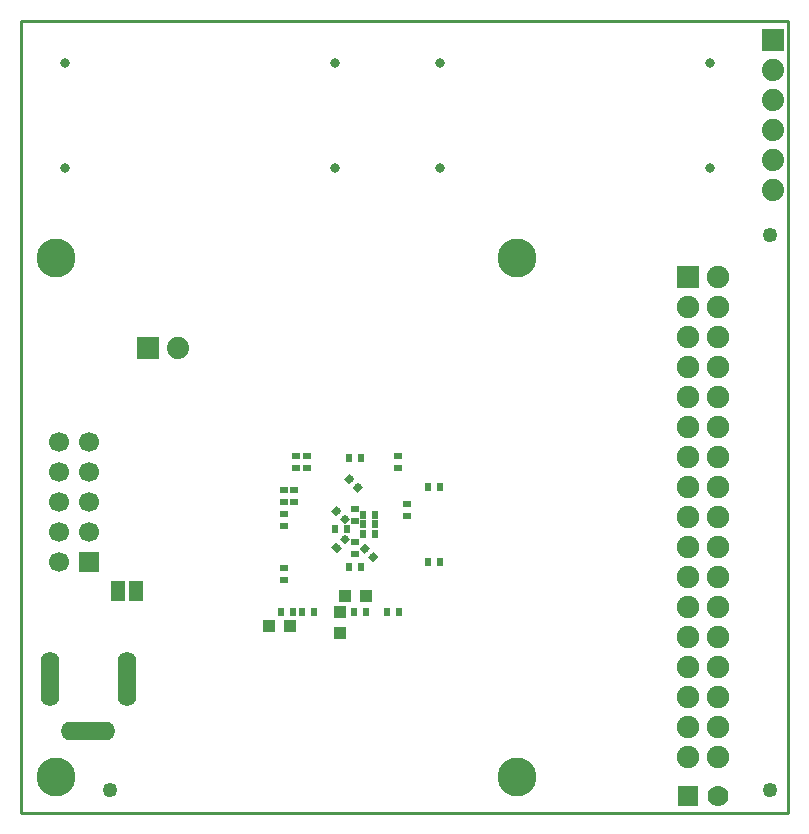
<source format=gbr>
G04 #@! TF.FileFunction,Soldermask,Bot*
%FSLAX46Y46*%
G04 Gerber Fmt 4.6, Leading zero omitted, Abs format (unit mm)*
G04 Created by KiCad (PCBNEW 201610010949+7276~55~ubuntu14.04.1-) date Wed Oct  5 10:29:21 2016*
%MOMM*%
%LPD*%
G01*
G04 APERTURE LIST*
%ADD10C,0.100000*%
%ADD11C,0.254000*%
%ADD12R,1.778000X1.778000*%
%ADD13C,0.801600*%
%ADD14C,1.254000*%
%ADD15R,0.601600X0.651600*%
%ADD16C,0.601600*%
%ADD17R,1.117600X1.117600*%
%ADD18C,1.700000*%
%ADD19R,1.700000X1.700000*%
%ADD20R,0.651600X0.601600*%
%ADD21C,1.901600*%
%ADD22R,1.851600X1.851600*%
%ADD23C,3.300000*%
%ADD24O,4.601600X1.601600*%
%ADD25O,1.601600X4.601600*%
%ADD26R,1.270000X1.701800*%
%ADD27C,1.879600*%
%ADD28R,1.879600X1.879600*%
%ADD29C,1.778000*%
G04 APERTURE END LIST*
D10*
D11*
X115000000Y-120000000D02*
X115000000Y-53000000D01*
X180000000Y-120000000D02*
X115000000Y-120000000D01*
X180000000Y-53000000D02*
X180000000Y-120000000D01*
X115000000Y-53000000D02*
X180000000Y-53000000D01*
D12*
X171450000Y-118618000D03*
D13*
X150495000Y-65405000D03*
X173355000Y-65405000D03*
X118745000Y-65405000D03*
X141605000Y-65405000D03*
X150495000Y-56515000D03*
X173355000Y-56515000D03*
X118745000Y-56515000D03*
X141605000Y-56515000D03*
D14*
X122555000Y-118110000D03*
D15*
X145008000Y-94800000D03*
X143992000Y-94800000D03*
X141592000Y-96000000D03*
X142608000Y-96000000D03*
D16*
X143559210Y-92459210D03*
D10*
G36*
X143116137Y-92476888D02*
X143576888Y-92016137D01*
X144002283Y-92441532D01*
X143541532Y-92902283D01*
X143116137Y-92476888D01*
X143116137Y-92476888D01*
G37*
D16*
X142840790Y-91740790D03*
D10*
G36*
X143283863Y-91723112D02*
X142823112Y-92183863D01*
X142397717Y-91758468D01*
X142858468Y-91297717D01*
X143283863Y-91723112D01*
X143283863Y-91723112D01*
G37*
D17*
X141986000Y-104775000D03*
X141986000Y-102997000D03*
D18*
X118237000Y-88646000D03*
X120777000Y-88646000D03*
X118237000Y-91186000D03*
X120777000Y-91186000D03*
X118237000Y-93726000D03*
X120777000Y-93726000D03*
X118237000Y-96266000D03*
X120777000Y-96266000D03*
X118237000Y-98806000D03*
D19*
X120777000Y-98806000D03*
D15*
X147008000Y-103000000D03*
X145992000Y-103000000D03*
X142792000Y-90000000D03*
X143808000Y-90000000D03*
D20*
X137300000Y-95708000D03*
X137300000Y-94692000D03*
X146900000Y-90808000D03*
X146900000Y-89792000D03*
X139200000Y-90808000D03*
X139200000Y-89792000D03*
D15*
X138792000Y-103000000D03*
X139808000Y-103000000D03*
X143192000Y-103000000D03*
X144208000Y-103000000D03*
D20*
X143300000Y-98108000D03*
X143300000Y-97092000D03*
X137300000Y-92692000D03*
X137300000Y-93708000D03*
X138100000Y-93708000D03*
X138100000Y-92692000D03*
D21*
X171450000Y-100076000D03*
X171450000Y-102616000D03*
X173990000Y-102616000D03*
X173990000Y-100076000D03*
X171450000Y-107696000D03*
X173990000Y-110236000D03*
X173990000Y-107696000D03*
X171450000Y-110236000D03*
X171450000Y-115316000D03*
X173990000Y-112776000D03*
X171450000Y-112776000D03*
X173990000Y-115316000D03*
X171450000Y-105156000D03*
X173990000Y-105156000D03*
X171450000Y-97536000D03*
X173990000Y-97536000D03*
X171450000Y-94996000D03*
X173990000Y-94996000D03*
X171450000Y-92456000D03*
X173990000Y-92456000D03*
X171450000Y-89916000D03*
X173990000Y-89916000D03*
X171450000Y-87376000D03*
X173990000Y-87376000D03*
X173990000Y-84836000D03*
X171450000Y-84836000D03*
X173990000Y-82296000D03*
X171450000Y-82296000D03*
X173990000Y-79756000D03*
X171450000Y-79756000D03*
X173990000Y-77216000D03*
X171450000Y-77216000D03*
X173990000Y-74676000D03*
D22*
X171450000Y-74676000D03*
D15*
X149492000Y-92400000D03*
X150508000Y-92400000D03*
X145008000Y-95600000D03*
X143992000Y-95600000D03*
X145008000Y-96400000D03*
X143992000Y-96400000D03*
D23*
X118000000Y-117000000D03*
X118000000Y-73000000D03*
X157000000Y-73000000D03*
X157000000Y-117000000D03*
D24*
X120652000Y-113111000D03*
D25*
X117452000Y-108661000D03*
X123952000Y-108661000D03*
D26*
X124714000Y-101219000D03*
X123190000Y-101219000D03*
X123190000Y-101219000D03*
D20*
X137300000Y-100308000D03*
X137300000Y-99292000D03*
D17*
X144189000Y-101700000D03*
X142411000Y-101700000D03*
D15*
X142792000Y-99200000D03*
X143808000Y-99200000D03*
D20*
X147700000Y-93892000D03*
X147700000Y-94908000D03*
D16*
X141740790Y-94440790D03*
D10*
G36*
X142183863Y-94423112D02*
X141723112Y-94883863D01*
X141297717Y-94458468D01*
X141758468Y-93997717D01*
X142183863Y-94423112D01*
X142183863Y-94423112D01*
G37*
D16*
X142459210Y-95159210D03*
D10*
G36*
X142016137Y-95176888D02*
X142476888Y-94716137D01*
X142902283Y-95141532D01*
X142441532Y-95602283D01*
X142016137Y-95176888D01*
X142016137Y-95176888D01*
G37*
D16*
X144859210Y-98359210D03*
D10*
G36*
X144416137Y-98376888D02*
X144876888Y-97916137D01*
X145302283Y-98341532D01*
X144841532Y-98802283D01*
X144416137Y-98376888D01*
X144416137Y-98376888D01*
G37*
D16*
X144140790Y-97640790D03*
D10*
G36*
X144583863Y-97623112D02*
X144123112Y-98083863D01*
X143697717Y-97658468D01*
X144158468Y-97197717D01*
X144583863Y-97623112D01*
X144583863Y-97623112D01*
G37*
D16*
X141740790Y-97559210D03*
D10*
G36*
X141723112Y-97116137D02*
X142183863Y-97576888D01*
X141758468Y-98002283D01*
X141297717Y-97541532D01*
X141723112Y-97116137D01*
X141723112Y-97116137D01*
G37*
D16*
X142459210Y-96840790D03*
D10*
G36*
X142476888Y-97283863D02*
X142016137Y-96823112D01*
X142441532Y-96397717D01*
X142902283Y-96858468D01*
X142476888Y-97283863D01*
X142476888Y-97283863D01*
G37*
D15*
X138008000Y-103000000D03*
X136992000Y-103000000D03*
D20*
X143300000Y-94292000D03*
X143300000Y-95308000D03*
D15*
X149492000Y-98800000D03*
X150508000Y-98800000D03*
D17*
X136011000Y-104200000D03*
X137789000Y-104200000D03*
D27*
X178689000Y-62230000D03*
X178689000Y-59690000D03*
X178689000Y-57150000D03*
D28*
X178689000Y-54610000D03*
D27*
X178689000Y-64770000D03*
X178689000Y-67310000D03*
X128270000Y-80645000D03*
D28*
X125730000Y-80645000D03*
D20*
X138300000Y-89792000D03*
X138300000Y-90808000D03*
D29*
X173990000Y-118618000D03*
D14*
X178435000Y-71120000D03*
X178435000Y-118110000D03*
M02*

</source>
